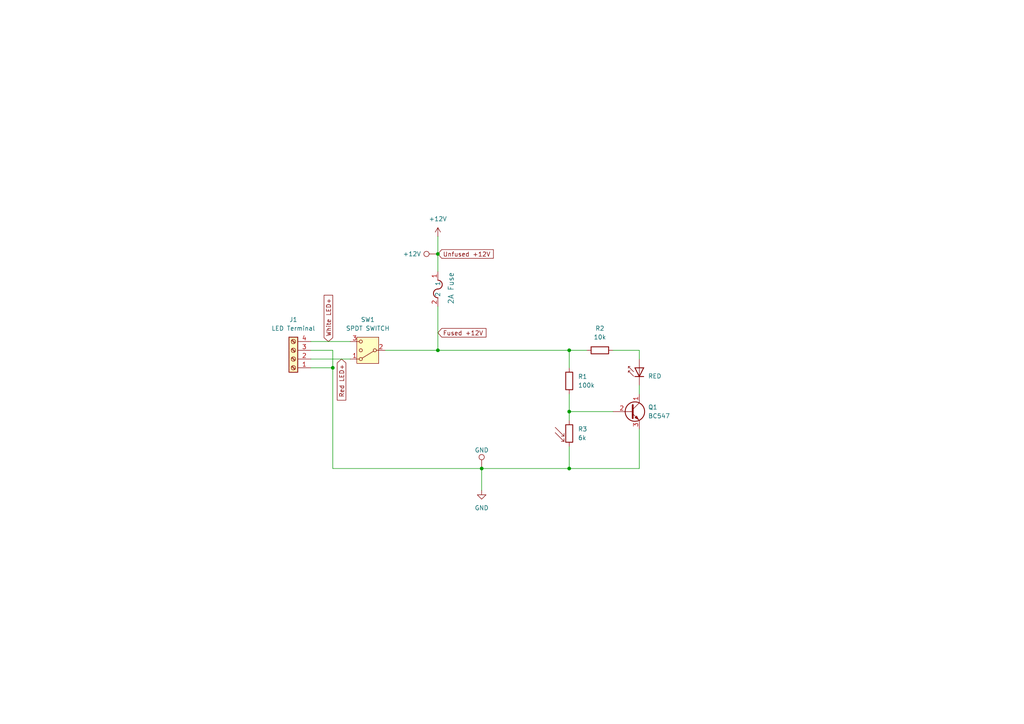
<source format=kicad_sch>
(kicad_sch (version 20231120) (generator "eeschema") (generator_version "8.0")
  (paper "A4")
  (lib_symbols
    (symbol "Connector:Screw_Terminal_01x04" (pin_names (offset 1.016) hide)
      (property "Reference" "J" (at 0 5.08 0))
      (property "Value" "Screw_Terminal_01x04" (at 0 -7.62 0))
      (symbol "Screw_Terminal_01x04_1_1"
        (rectangle (start -1.27 3.81) (end 1.27 -6.35) (stroke (width 0.254)) (fill (type background)))
        (circle (center 0 -5.08) (radius 0.635) (stroke (width 0.1524)))
        (circle (center 0 -2.54) (radius 0.635) (stroke (width 0.1524)))
        (polyline (pts (xy -0.5334 -4.7498) (xy 0.3302 -5.588)) (stroke (width 0.1524)))
        (polyline (pts (xy -0.5334 -2.2098) (xy 0.3302 -3.048)) (stroke (width 0.1524)))
        (polyline (pts (xy -0.5334 0.3302) (xy 0.3302 -0.508)) (stroke (width 0.1524)))
        (polyline (pts (xy -0.5334 2.8702) (xy 0.3302 2.032)) (stroke (width 0.1524)))
        (polyline (pts (xy -0.3556 -4.572) (xy 0.508 -5.4102)) (stroke (width 0.1524)))
        (polyline (pts (xy -0.3556 -2.032) (xy 0.508 -2.8702)) (stroke (width 0.1524)))
        (polyline (pts (xy -0.3556 0.508) (xy 0.508 -0.3302)) (stroke (width 0.1524)))
        (polyline (pts (xy -0.3556 3.048) (xy 0.508 2.2098)) (stroke (width 0.1524)))
        (circle (center 0 0) (radius 0.635) (stroke (width 0.1524)))
        (circle (center 0 2.54) (radius 0.635) (stroke (width 0.1524)))
        (pin passive line (at -5.08 2.54 0) (length 3.81) (name "Pin_1") (number "1"))
        (pin passive line (at -5.08 0 0) (length 3.81) (name "Pin_2") (number "2"))
        (pin passive line (at -5.08 -2.54 0) (length 3.81) (name "Pin_3") (number "3"))
        (pin passive line (at -5.08 -5.08 0) (length 3.81) (name "Pin_4") (number "4"))
      )
    )
    (symbol "Connector:TestPoint" (pin_numbers hide) (pin_names (offset 0.762) hide)
      (property "Reference" "TP" (at 0 6.858 0))
      (property "Value" "TestPoint" (at 0 5.08 0))
      (symbol "TestPoint_0_1"
        (circle (center 0 3.302) (radius 0.762))
      )
      (symbol "TestPoint_1_1"
        (pin passive line (at 0 0 90) (length 2.54) (name "1") (number "1"))
      )
    )
    (symbol "Device:R" (pin_numbers hide) (pin_names (offset 0))
      (property "Reference" "R" (at 2.032 0 90))
      (property "Value" "R" (at 0 0 90))
      (symbol "R_0_1"
        (rectangle (start -1.016 -2.54) (end 1.016 2.54) (stroke (width 0.254)))
      )
      (symbol "R_1_1"
        (pin passive line (at 0 3.81 270) (length 1.27) (name "~") (number "1"))
        (pin passive line (at 0 -3.81 90) (length 1.27) (name "~") (number "2"))
      )
    )
    (symbol "Device:R_Photo" (pin_numbers hide) (pin_names (offset 0))
      (property "Reference" "R" (at 1.27 1.27 0))
      (property "Value" "R_Photo" (at 1.27 0 0))
      (symbol "R_Photo_0_1"
        (rectangle (start -1.016 2.54) (end 1.016 -2.54) (stroke (width 0.254)))
        (polyline (pts (xy -1.524 -2.286) (xy -4.064 0.254)))
        (polyline (pts (xy -1.524 -2.286) (xy -2.286 -2.286)))
        (polyline (pts (xy -1.524 -2.286) (xy -1.524 -1.524)))
        (polyline (pts (xy -1.524 -0.762) (xy -4.064 1.778)))
        (polyline (pts (xy -1.524 -0.762) (xy -2.286 -0.762)))
        (polyline (pts (xy -1.524 -0.762) (xy -1.524 0)))
      )
      (symbol "R_Photo_1_1"
        (pin passive line (at 0 3.81 270) (length 1.27) (name "~") (number "1"))
        (pin passive line (at 0 -3.81 90) (length 1.27) (name "~") (number "2"))
      )
    )
    (symbol "EuroVan interior LED controller:LittelFuse 0PTF0078P" (pin_names (offset 0.254))
      (property "Reference" "F" (at 5.08 3.175 0))
      (property "Value" "LittelFuse 0PTF0078P" (at 5.08 -3.175 0))
      (symbol "LittelFuse 0PTF0078P_1_1"
        (arc (start 5.08 0) (mid 3.81 1.2645) (end 2.54 0) (stroke (width 0.254)))
        (arc (start 5.08 0) (mid 6.35 -1.2645) (end 7.62 0) (stroke (width 0.254)))
        (pin unspecified line (at 0 0 0) (length 2.54) (name "1") (number "1"))
        (pin unspecified line (at 10.16 0 180) (length 2.54) (name "2") (number "2"))
      )
      (symbol "LittelFuse 0PTF0078P_1_2"
        (arc (start 0 5.08) (mid -1.2645 3.81) (end 0 2.54) (stroke (width 0.254)))
        (arc (start 0 5.08) (mid 1.2645 6.35) (end 0 7.62) (stroke (width 0.254)))
        (pin unspecified line (at 0 0 90) (length 2.54) (name "1") (number "1"))
        (pin unspecified line (at 0 10.16 270) (length 2.54) (name "2") (number "2"))
      )
    )
    (symbol "LED:CQY99" (pin_numbers hide) (pin_names (offset 1.016) hide)
      (property "Reference" "D" (at 0.508 1.778 0))
      (property "Value" "CQY99" (at -1.016 -2.794 0))
      (symbol "CQY99_0_1"
        (polyline (pts (xy -2.54 1.27) (xy -2.54 -1.27)) (stroke (width 0.254)))
        (polyline (pts (xy 0 0) (xy -2.54 0)))
        (polyline (pts (xy 0.381 3.175) (xy -0.127 3.175)))
        (polyline (pts (xy -1.143 1.651) (xy 0.381 3.175) (xy 0.381 2.667)))
        (polyline (pts (xy 0 -1.27) (xy -2.54 0) (xy 0 1.27) (xy 0 -1.27)) (stroke (width 0.254)))
        (polyline (pts (xy -2.413 1.651) (xy -0.889 3.175) (xy -0.889 2.667) (xy -0.889 3.175) (xy -1.397 3.175)))
      )
      (symbol "CQY99_1_1"
        (pin passive line (at -5.08 0 0) (length 2.54) (name "K") (number "1"))
        (pin passive line (at 2.54 0 180) (length 2.54) (name "A") (number "2"))
      )
    )
    (symbol "Switch:SW_SPDT_MSM" (pin_names (offset 0) hide)
      (property "Reference" "SW" (at 0 5.08 0))
      (property "Value" "SW_SPDT_MSM" (at 0 -5.08 0))
      (symbol "SW_SPDT_MSM_0_1"
        (circle (center -2.032 0) (radius 0.4572))
        (polyline (pts (xy -1.651 0.254) (xy 1.651 2.286)))
        (circle (center 2.032 -2.54) (radius 0.4572))
        (circle (center 2.032 0) (radius 0.4572))
        (circle (center 2.032 2.54) (radius 0.4572))
      )
      (symbol "SW_SPDT_MSM_1_1"
        (rectangle (start -3.175 3.81) (end 3.175 -3.81) (fill (type background)))
        (pin passive line (at 5.08 2.54 180) (length 2.54) (name "1") (number "1"))
        (pin passive line (at -5.08 0 0) (length 2.54) (name "3") (number "2"))
        (pin passive line (at 5.08 -2.54 180) (length 2.54) (name "4") (number "3"))
      )
    )
    (symbol "Transistor_BJT:BC547" (pin_names (offset 0) hide)
      (property "Reference" "Q" (at 5.08 1.905 0))
      (property "Value" "BC547" (at 5.08 0 0))
      (symbol "BC547_0_1"
        (polyline (pts (xy 0 0) (xy 0.635 0)))
        (polyline (pts (xy 0.635 0.635) (xy 2.54 2.54)))
        (polyline (pts (xy 0.635 -0.635) (xy 2.54 -2.54) (xy 2.54 -2.54)))
        (polyline (pts (xy 0.635 1.905) (xy 0.635 -1.905) (xy 0.635 -1.905)) (stroke (width 0.508)))
        (polyline (pts (xy 1.27 -1.778) (xy 1.778 -1.27) (xy 2.286 -2.286) (xy 1.27 -1.778) (xy 1.27 -1.778)) (fill (type outline)))
        (circle (center 1.27 0) (radius 2.8194) (stroke (width 0.254)))
      )
      (symbol "BC547_1_1"
        (pin passive line (at 2.54 5.08 270) (length 2.54) (name "C") (number "1"))
        (pin input line (at -5.08 0 0) (length 5.08) (name "B") (number "2"))
        (pin passive line (at 2.54 -5.08 90) (length 2.54) (name "E") (number "3"))
      )
    )
    (symbol "power:+12V" (power) (pin_numbers hide) (pin_names (offset 0) hide)
      (property "Value" "+12V" (at 0 3.556 0))
      (symbol "+12V_0_1"
        (polyline (pts (xy -0.762 1.27) (xy 0 2.54)))
        (polyline (pts (xy 0 0) (xy 0 2.54)))
        (polyline (pts (xy 0 2.54) (xy 0.762 1.27)))
      )
      (symbol "+12V_1_1"
        (pin power_in line (at 0 0 90) (length 0) (name "~") (number "1"))
      )
    )
    (symbol "power:GND" (power) (pin_numbers hide) (pin_names (offset 0) hide)
      (property "Value" "GND" (at 0 -3.81 0))
      (symbol "GND_0_1"
        (polyline (pts (xy 0 0) (xy 0 -1.27) (xy 1.27 -1.27) (xy 0 -2.54) (xy -1.27 -1.27) (xy 0 -1.27)))
      )
      (symbol "GND_1_1"
        (pin power_in line (at 0 0 270) (length 0) (name "~") (number "1"))
      )
    )
  )
  (junction (at 96.52 106.68))
  (junction (at 139.7 135.89))
  (junction (at 127 73.66))
  (junction (at 165.1 101.6))
  (junction (at 165.1 135.89))
  (junction (at 127 101.6))
  (junction (at 165.1 119.38))
  (wire (pts (xy 90.17 101.6) (xy 96.52 101.6)))
  (wire (pts (xy 127 73.66) (xy 127 78.74)))
  (wire (pts (xy 185.42 111.76) (xy 185.42 114.3)))
  (wire (pts (xy 96.52 101.6) (xy 96.52 106.68)))
  (wire (pts (xy 165.1 129.54) (xy 165.1 135.89)))
  (wire (pts (xy 185.42 101.6) (xy 185.42 104.14)))
  (wire (pts (xy 127 101.6) (xy 165.1 101.6)))
  (wire (pts (xy 90.17 106.68) (xy 96.52 106.68)))
  (wire (pts (xy 139.7 142.24) (xy 139.7 135.89)))
  (wire (pts (xy 177.8 101.6) (xy 185.42 101.6)))
  (wire (pts (xy 127 68.58) (xy 127 73.66)))
  (wire (pts (xy 165.1 114.3) (xy 165.1 119.38)))
  (wire (pts (xy 90.17 99.06) (xy 101.6 99.06)))
  (wire (pts (xy 96.52 106.68) (xy 96.52 135.89)))
  (wire (pts (xy 127 88.9) (xy 127 101.6)))
  (wire (pts (xy 90.17 104.14) (xy 101.6 104.14)))
  (wire (pts (xy 111.76 101.6) (xy 127 101.6)))
  (wire (pts (xy 165.1 101.6) (xy 170.18 101.6)))
  (wire (pts (xy 139.7 135.89) (xy 165.1 135.89)))
  (wire (pts (xy 165.1 121.92) (xy 165.1 119.38)))
  (wire (pts (xy 185.42 124.46) (xy 185.42 135.89)))
  (wire (pts (xy 185.42 135.89) (xy 165.1 135.89)))
  (wire (pts (xy 165.1 101.6) (xy 165.1 106.68)))
  (wire (pts (xy 165.1 119.38) (xy 177.8 119.38)))
  (wire (pts (xy 96.52 135.89) (xy 139.7 135.89)))
  (global_label "White LED+" (shape input) (at 95.25 99.06 90) (property "Intersheetrefs" "${INTERSHEET_REFS}" (effects (hide yes))))
  (global_label "Fused +12V" (shape input) (at 127 96.52 0) (property "Intersheetrefs" "${INTERSHEET_REFS}" (effects (hide yes))))
  (global_label "Unfused +12V" (shape input) (at 127 73.66 0) (property "Intersheetrefs" "${INTERSHEET_REFS}" (effects (hide yes))))
  (global_label "Red LED+" (shape input) (at 99.06 104.14 270) (property "Intersheetrefs" "${INTERSHEET_REFS}" (effects (hide yes))))
  (symbol (lib_id "Connector:TestPoint") (at 127 73.66 90) (unit 1)
    (property "Reference" "TP1" (effects (hide yes)))
    (property "Value" "+12V" (at 116.84 73.66 90) (effects (justify right)))
    (property "Footprint" "EuroVan interior LED controller:Keystone 4919 PC quick connect terminal" (effects (hide yes)))
    (property "Description" "test point" (effects (hide yes)))
  )
  (symbol (lib_id "Transistor_BJT:BC547") (at 182.88 119.38 0) (unit 1)
    (property "Reference" "Q1" (at 187.96 118.1099 0) (effects (justify left)))
    (property "Value" "BC547" (at 187.96 120.6499 0) (effects (justify left)))
    (property "Footprint" "Package_TO_SOT_THT:TO-92_Inline" (effects (hide yes)))
    (property "Datasheet" "https://www.onsemi.com/pub/Collateral/BC550-D.pdf" (effects (hide yes)))
    (property "Description" "0.1A Ic, 45V Vce, Small Signal NPN Transistor, TO-92" (effects (hide yes)))
  )
  (symbol (lib_id "Device:R_Photo") (at 165.1 125.73 0) (unit 1)
    (property "Reference" "R3" (at 167.64 124.4599 0) (effects (justify left)))
    (property "Value" "6k" (at 167.64 126.9999 0) (effects (justify left)))
    (property "Footprint" "OptoDevice:R_LDR_4.9x4.2mm_P2.54mm_Vertical" (effects (hide yes)))
    (property "Description" "Photoresistor" (effects (hide yes)))
  )
  (symbol (lib_id "power:+12V") (at 127 68.58 0) (unit 1)
    (property "Reference" "#PWR01" (effects (hide yes)))
    (property "Value" "+12V" (at 127 63.5 0))
    (property "Description" "Power symbol creates a global label with name \"+12V\"" (effects (hide yes)))
  )
  (symbol (lib_id "power:GND") (at 139.7 142.24 0) (unit 1)
    (property "Reference" "#PWR02" (effects (hide yes)))
    (property "Value" "GND" (at 139.7 147.32 0))
    (property "Description" "Power symbol creates a global label with name \"GND\" , ground" (effects (hide yes)))
  )
  (symbol (lib_id "Device:R") (at 173.99 101.6 90) (unit 1)
    (property "Reference" "R2" (at 173.99 95.25 90))
    (property "Value" "10k" (at 173.99 97.79 90))
    (property "Footprint" "Resistor_THT:R_Axial_DIN0207_L6.3mm_D2.5mm_P10.16mm_Horizontal" (effects (hide yes)))
    (property "Description" "Resistor" (effects (hide yes)))
  )
  (symbol (lib_id "Connector:Screw_Terminal_01x04") (at 85.09 104.14 180) (unit 1)
    (property "Reference" "J1" (at 85.09 92.71 0))
    (property "Value" "LED Terminal" (at 85.09 95.25 0))
    (property "Footprint" "TerminalBlock_TE-Connectivity:TerminalBlock_TE_282834-4_1x04_P2.54mm_Horizontal" (effects (hide yes)))
    (property "Description" "Generic screw terminal, single row, 01x04, script generated (kicad-library-utils/schlib/autogen/connector/)" (effects (hide yes)))
  )
  (symbol (lib_id "Connector:TestPoint") (at 139.7 135.89 0) (unit 1)
    (property "Reference" "TP2" (effects (hide yes)))
    (property "Value" "GND" (at 137.668 130.556 0) (effects (justify left)))
    (property "Footprint" "EuroVan interior LED controller:Keystone 4919 PC quick connect terminal" (effects (hide yes)))
    (property "Description" "test point" (effects (hide yes)))
  )
  (symbol (lib_id "EuroVan interior LED controller:LittelFuse 0PTF0078P") (at 127 78.74 270) (unit 1)
    (property "Reference" "F1" (effects (hide yes)))
    (property "Value" "2A Fuse" (at 130.81 83.566 0) (effects (font (size 1.524 1.524))))
    (property "Footprint" "Fuse:Fuseholder_Cylinder-5x20mm_Stelvio-Kontek_PTF78_Horizontal_Open" (effects (hide yes)))
    (property "Datasheet" "0PTF0078P" (effects (hide yes)))
  )
  (symbol (lib_id "LED:CQY99") (at 185.42 106.68 90) (unit 1)
    (property "Reference" "D1" (effects (hide yes)))
    (property "Value" "RED" (at 187.96 109.0929 90) (effects (justify right)))
    (property "Footprint" "LED_THT:LED_D5.0mm_IRGrey" (effects (hide yes)))
    (property "Datasheet" "https://www.prtice.info/IMG/pdf/CQY99.pdf" (effects (hide yes)))
    (property "Description" "950nm IR-LED, 5mm" (effects (hide yes)))
  )
  (symbol (lib_id "Switch:SW_SPDT_MSM") (at 106.68 101.6 180) (unit 1)
    (property "Reference" "SW1" (at 106.68 92.71 0))
    (property "Value" "SPDT SWITCH" (at 106.68 95.25 0))
    (property "Footprint" "Connector_PinHeader_2.54mm:PinHeader_1x03_P2.54mm_Vertical" (effects (hide yes)))
    (property "Description" "Switch, single pole double throw, center OFF position" (effects (hide yes)))
  )
  (symbol (lib_id "Device:R") (at 165.1 110.49 0) (unit 1)
    (property "Reference" "R1" (at 167.64 109.2199 0) (effects (justify left)))
    (property "Value" "100k" (at 167.64 111.7599 0) (effects (justify left)))
    (property "Footprint" "Resistor_THT:R_Axial_DIN0207_L6.3mm_D2.5mm_P10.16mm_Horizontal" (effects (hide yes)))
    (property "Description" "Resistor" (effects (hide yes)))
  )
)
</source>
